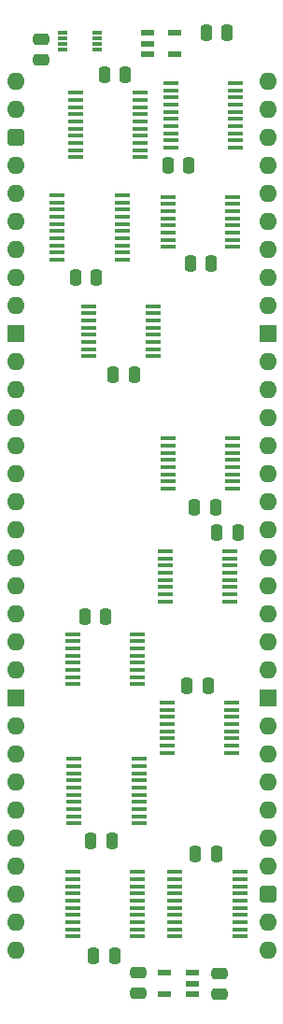
<source format=gbr>
%TF.GenerationSoftware,KiCad,Pcbnew,7.0.5*%
%TF.CreationDate,2024-01-23T16:59:00+02:00*%
%TF.ProjectId,Counter 24bit with IO,436f756e-7465-4722-9032-346269742077,rev?*%
%TF.SameCoordinates,Original*%
%TF.FileFunction,Soldermask,Top*%
%TF.FilePolarity,Negative*%
%FSLAX46Y46*%
G04 Gerber Fmt 4.6, Leading zero omitted, Abs format (unit mm)*
G04 Created by KiCad (PCBNEW 7.0.5) date 2024-01-23 16:59:00*
%MOMM*%
%LPD*%
G01*
G04 APERTURE LIST*
G04 Aperture macros list*
%AMRoundRect*
0 Rectangle with rounded corners*
0 $1 Rounding radius*
0 $2 $3 $4 $5 $6 $7 $8 $9 X,Y pos of 4 corners*
0 Add a 4 corners polygon primitive as box body*
4,1,4,$2,$3,$4,$5,$6,$7,$8,$9,$2,$3,0*
0 Add four circle primitives for the rounded corners*
1,1,$1+$1,$2,$3*
1,1,$1+$1,$4,$5*
1,1,$1+$1,$6,$7*
1,1,$1+$1,$8,$9*
0 Add four rect primitives between the rounded corners*
20,1,$1+$1,$2,$3,$4,$5,0*
20,1,$1+$1,$4,$5,$6,$7,0*
20,1,$1+$1,$6,$7,$8,$9,0*
20,1,$1+$1,$8,$9,$2,$3,0*%
G04 Aperture macros list end*
%ADD10R,1.250000X0.600000*%
%ADD11RoundRect,0.250000X-0.250000X-0.475000X0.250000X-0.475000X0.250000X0.475000X-0.250000X0.475000X0*%
%ADD12RoundRect,0.250000X0.250000X0.475000X-0.250000X0.475000X-0.250000X-0.475000X0.250000X-0.475000X0*%
%ADD13R,1.475000X0.450000*%
%ADD14RoundRect,0.250000X-0.475000X0.250000X-0.475000X-0.250000X0.475000X-0.250000X0.475000X0.250000X0*%
%ADD15R,1.450000X0.450000*%
%ADD16RoundRect,0.250000X0.475000X-0.250000X0.475000X0.250000X-0.475000X0.250000X-0.475000X-0.250000X0*%
%ADD17O,1.600000X1.600000*%
%ADD18RoundRect,0.400000X-0.400000X-0.400000X0.400000X-0.400000X0.400000X0.400000X-0.400000X0.400000X0*%
%ADD19R,1.600000X1.600000*%
%ADD20R,0.850000X0.300000*%
%ADD21R,1.150000X0.600000*%
G04 APERTURE END LIST*
D10*
%TO.C,IC15*%
X100858000Y-54015600D03*
X100858000Y-54965600D03*
X100858000Y-55915600D03*
X103358000Y-55915600D03*
X103358000Y-54015600D03*
%TD*%
D11*
%TO.C,C13*%
X102698000Y-66040000D03*
X104598000Y-66040000D03*
%TD*%
D12*
%TO.C,C7*%
X98851000Y-57785000D03*
X96951000Y-57785000D03*
%TD*%
D13*
%TO.C,IC11*%
X108856000Y-64393000D03*
X108856000Y-63743000D03*
X108856000Y-63093000D03*
X108856000Y-62443000D03*
X108856000Y-61793000D03*
X108856000Y-61143000D03*
X108856000Y-60493000D03*
X108856000Y-59843000D03*
X108856000Y-59193000D03*
X108856000Y-58543000D03*
X102980000Y-58543000D03*
X102980000Y-59193000D03*
X102980000Y-59843000D03*
X102980000Y-60493000D03*
X102980000Y-61143000D03*
X102980000Y-61793000D03*
X102980000Y-62443000D03*
X102980000Y-63093000D03*
X102980000Y-63743000D03*
X102980000Y-64393000D03*
%TD*%
D11*
%TO.C,C5*%
X94316000Y-76200000D03*
X96216000Y-76200000D03*
%TD*%
D14*
%TO.C,C14*%
X91186000Y-54565000D03*
X91186000Y-56465000D03*
%TD*%
D15*
%TO.C,IC7*%
X102612000Y-114692000D03*
X102612000Y-115342000D03*
X102612000Y-115992000D03*
X102612000Y-116642000D03*
X102612000Y-117292000D03*
X102612000Y-117942000D03*
X102612000Y-118592000D03*
X102612000Y-119242000D03*
X108462000Y-119242000D03*
X108462000Y-118592000D03*
X108462000Y-117942000D03*
X108462000Y-117292000D03*
X108462000Y-116642000D03*
X108462000Y-115992000D03*
X108462000Y-115342000D03*
X108462000Y-114692000D03*
%TD*%
D16*
%TO.C,C4*%
X100004400Y-141050600D03*
X100004400Y-139150600D03*
%TD*%
D17*
%TO.C,J1*%
X88900000Y-58420000D03*
X88900000Y-60960000D03*
D18*
X88900000Y-63500000D03*
D17*
X88900000Y-66040000D03*
X88900000Y-68580000D03*
X88900000Y-71120000D03*
X88900000Y-73660000D03*
X88900000Y-76200000D03*
X88900000Y-78740000D03*
D19*
X88900000Y-81280000D03*
D17*
X88900000Y-83820000D03*
X88900000Y-86360000D03*
X88900000Y-88900000D03*
X88900000Y-91440000D03*
X88900000Y-93980000D03*
X88900000Y-96520000D03*
X88900000Y-99060000D03*
X88900000Y-101600000D03*
X88900000Y-104140000D03*
X88900000Y-106680000D03*
X88900000Y-109220000D03*
X88900000Y-111760000D03*
D19*
X88900000Y-114300000D03*
D17*
X88900000Y-116840000D03*
X88900000Y-119380000D03*
X88900000Y-121920000D03*
X88900000Y-124460000D03*
X88900000Y-127000000D03*
X88900000Y-129540000D03*
X88900000Y-132080000D03*
X88900000Y-134620000D03*
X88900000Y-137160000D03*
X111760000Y-137160000D03*
X111760000Y-134620000D03*
D18*
X111760000Y-132080000D03*
D17*
X111760000Y-129540000D03*
X111760000Y-127000000D03*
X111760000Y-124460000D03*
X111760000Y-121920000D03*
X111760000Y-119380000D03*
X111760000Y-116840000D03*
D19*
X111760000Y-114300000D03*
D17*
X111760000Y-111760000D03*
X111760000Y-109220000D03*
X111760000Y-106680000D03*
X111760000Y-104140000D03*
X111760000Y-101600000D03*
X111760000Y-99060000D03*
X111760000Y-96520000D03*
X111760000Y-93980000D03*
X111760000Y-91440000D03*
X111760000Y-88900000D03*
X111760000Y-86360000D03*
X111760000Y-83820000D03*
D19*
X111760000Y-81280000D03*
D17*
X111760000Y-78740000D03*
X111760000Y-76200000D03*
X111760000Y-73660000D03*
X111760000Y-71120000D03*
X111760000Y-68580000D03*
X111760000Y-66040000D03*
X111760000Y-63500000D03*
X111760000Y-60960000D03*
X111760000Y-58420000D03*
%TD*%
D12*
%TO.C,C2*%
X97073000Y-106934000D03*
X95173000Y-106934000D03*
%TD*%
D15*
%TO.C,IC10*%
X108585000Y-95310000D03*
X108585000Y-94660000D03*
X108585000Y-94010000D03*
X108585000Y-93360000D03*
X108585000Y-92710000D03*
X108585000Y-92060000D03*
X108585000Y-91410000D03*
X108585000Y-90760000D03*
X102735000Y-90760000D03*
X102735000Y-91410000D03*
X102735000Y-92060000D03*
X102735000Y-92710000D03*
X102735000Y-93360000D03*
X102735000Y-94010000D03*
X102735000Y-94660000D03*
X102735000Y-95310000D03*
%TD*%
D13*
%TO.C,IC14*%
X99966000Y-135894000D03*
X99966000Y-135244000D03*
X99966000Y-134594000D03*
X99966000Y-133944000D03*
X99966000Y-133294000D03*
X99966000Y-132644000D03*
X99966000Y-131994000D03*
X99966000Y-131344000D03*
X99966000Y-130694000D03*
X99966000Y-130044000D03*
X94090000Y-130044000D03*
X94090000Y-130694000D03*
X94090000Y-131344000D03*
X94090000Y-131994000D03*
X94090000Y-132644000D03*
X94090000Y-133294000D03*
X94090000Y-133944000D03*
X94090000Y-134594000D03*
X94090000Y-135244000D03*
X94090000Y-135894000D03*
%TD*%
D11*
%TO.C,C9*%
X105111000Y-97028000D03*
X107011000Y-97028000D03*
%TD*%
D16*
%TO.C,C8*%
X107370400Y-141101400D03*
X107370400Y-139201400D03*
%TD*%
D11*
%TO.C,C16*%
X106203200Y-53949600D03*
X108103200Y-53949600D03*
%TD*%
D13*
%TO.C,IC2*%
X100093000Y-125637000D03*
X100093000Y-124987000D03*
X100093000Y-124337000D03*
X100093000Y-123687000D03*
X100093000Y-123037000D03*
X100093000Y-122387000D03*
X100093000Y-121737000D03*
X100093000Y-121087000D03*
X100093000Y-120437000D03*
X100093000Y-119787000D03*
X94217000Y-119787000D03*
X94217000Y-120437000D03*
X94217000Y-121087000D03*
X94217000Y-121737000D03*
X94217000Y-122387000D03*
X94217000Y-123037000D03*
X94217000Y-123687000D03*
X94217000Y-124337000D03*
X94217000Y-124987000D03*
X94217000Y-125637000D03*
%TD*%
D15*
%TO.C,IC13*%
X108589000Y-73395000D03*
X108589000Y-72745000D03*
X108589000Y-72095000D03*
X108589000Y-71445000D03*
X108589000Y-70795000D03*
X108589000Y-70145000D03*
X108589000Y-69495000D03*
X108589000Y-68845000D03*
X102739000Y-68845000D03*
X102739000Y-69495000D03*
X102739000Y-70145000D03*
X102739000Y-70795000D03*
X102739000Y-71445000D03*
X102739000Y-72095000D03*
X102739000Y-72745000D03*
X102739000Y-73395000D03*
%TD*%
D11*
%TO.C,C12*%
X97745000Y-84963000D03*
X99645000Y-84963000D03*
%TD*%
D15*
%TO.C,IC9*%
X102485000Y-100976000D03*
X102485000Y-101626000D03*
X102485000Y-102276000D03*
X102485000Y-102926000D03*
X102485000Y-103576000D03*
X102485000Y-104226000D03*
X102485000Y-104876000D03*
X102485000Y-105526000D03*
X108335000Y-105526000D03*
X108335000Y-104876000D03*
X108335000Y-104226000D03*
X108335000Y-103576000D03*
X108335000Y-102926000D03*
X108335000Y-102276000D03*
X108335000Y-101626000D03*
X108335000Y-100976000D03*
%TD*%
D11*
%TO.C,C11*%
X95713000Y-127254000D03*
X97613000Y-127254000D03*
%TD*%
%TO.C,C10*%
X95967000Y-137668000D03*
X97867000Y-137668000D03*
%TD*%
D12*
%TO.C,C15*%
X107106000Y-128397000D03*
X105206000Y-128397000D03*
%TD*%
D15*
%TO.C,IC6*%
X101350000Y-83301000D03*
X101350000Y-82651000D03*
X101350000Y-82001000D03*
X101350000Y-81351000D03*
X101350000Y-80701000D03*
X101350000Y-80051000D03*
X101350000Y-79401000D03*
X101350000Y-78751000D03*
X95500000Y-78751000D03*
X95500000Y-79401000D03*
X95500000Y-80051000D03*
X95500000Y-80701000D03*
X95500000Y-81351000D03*
X95500000Y-82001000D03*
X95500000Y-82651000D03*
X95500000Y-83301000D03*
%TD*%
D13*
%TO.C,IC12*%
X94344000Y-59432000D03*
X94344000Y-60082000D03*
X94344000Y-60732000D03*
X94344000Y-61382000D03*
X94344000Y-62032000D03*
X94344000Y-62682000D03*
X94344000Y-63332000D03*
X94344000Y-63982000D03*
X94344000Y-64632000D03*
X94344000Y-65282000D03*
X100220000Y-65282000D03*
X100220000Y-64632000D03*
X100220000Y-63982000D03*
X100220000Y-63332000D03*
X100220000Y-62682000D03*
X100220000Y-62032000D03*
X100220000Y-61382000D03*
X100220000Y-60732000D03*
X100220000Y-60082000D03*
X100220000Y-59432000D03*
%TD*%
%TO.C,IC1*%
X103361000Y-130044000D03*
X103361000Y-130694000D03*
X103361000Y-131344000D03*
X103361000Y-131994000D03*
X103361000Y-132644000D03*
X103361000Y-133294000D03*
X103361000Y-133944000D03*
X103361000Y-134594000D03*
X103361000Y-135244000D03*
X103361000Y-135894000D03*
X109237000Y-135894000D03*
X109237000Y-135244000D03*
X109237000Y-134594000D03*
X109237000Y-133944000D03*
X109237000Y-133294000D03*
X109237000Y-132644000D03*
X109237000Y-131994000D03*
X109237000Y-131344000D03*
X109237000Y-130694000D03*
X109237000Y-130044000D03*
%TD*%
D11*
%TO.C,C3*%
X107143000Y-99314000D03*
X109043000Y-99314000D03*
%TD*%
D20*
%TO.C,IC4*%
X93167000Y-53987000D03*
X93167000Y-54487000D03*
X93167000Y-54987000D03*
X93167000Y-55487000D03*
X96317000Y-55487000D03*
X96317000Y-54987000D03*
X96317000Y-54487000D03*
X96317000Y-53987000D03*
%TD*%
D13*
%TO.C,IC3*%
X98569000Y-74553000D03*
X98569000Y-73903000D03*
X98569000Y-73253000D03*
X98569000Y-72603000D03*
X98569000Y-71953000D03*
X98569000Y-71303000D03*
X98569000Y-70653000D03*
X98569000Y-70003000D03*
X98569000Y-69353000D03*
X98569000Y-68703000D03*
X92693000Y-68703000D03*
X92693000Y-69353000D03*
X92693000Y-70003000D03*
X92693000Y-70653000D03*
X92693000Y-71303000D03*
X92693000Y-71953000D03*
X92693000Y-72603000D03*
X92693000Y-73253000D03*
X92693000Y-73903000D03*
X92693000Y-74553000D03*
%TD*%
D15*
%TO.C,IC8*%
X94103000Y-108469000D03*
X94103000Y-109119000D03*
X94103000Y-109769000D03*
X94103000Y-110419000D03*
X94103000Y-111069000D03*
X94103000Y-111719000D03*
X94103000Y-112369000D03*
X94103000Y-113019000D03*
X99953000Y-113019000D03*
X99953000Y-112369000D03*
X99953000Y-111719000D03*
X99953000Y-111069000D03*
X99953000Y-110419000D03*
X99953000Y-109769000D03*
X99953000Y-109119000D03*
X99953000Y-108469000D03*
%TD*%
D21*
%TO.C,IC5*%
X104962000Y-141092000D03*
X104962000Y-140142000D03*
X104962000Y-139192000D03*
X102362000Y-139192000D03*
X102362000Y-141092000D03*
%TD*%
D11*
%TO.C,C6*%
X104730000Y-74930000D03*
X106630000Y-74930000D03*
%TD*%
D12*
%TO.C,C1*%
X106344000Y-113157000D03*
X104444000Y-113157000D03*
%TD*%
M02*

</source>
